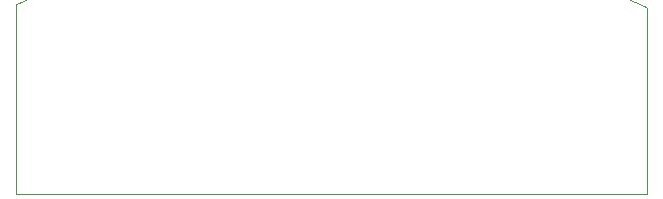
<source format=gbr>
%TF.GenerationSoftware,KiCad,Pcbnew,(5.1.7)-1*%
%TF.CreationDate,2020-12-08T09:59:05+02:00*%
%TF.ProjectId,Single_transistor_AMP,53696e67-6c65-45f7-9472-616e73697374,V1.0*%
%TF.SameCoordinates,Original*%
%TF.FileFunction,Profile,NP*%
%FSLAX46Y46*%
G04 Gerber Fmt 4.6, Leading zero omitted, Abs format (unit mm)*
G04 Created by KiCad (PCBNEW (5.1.7)-1) date 2020-12-08 09:59:05*
%MOMM*%
%LPD*%
G01*
G04 APERTURE LIST*
%TA.AperFunction,Profile*%
%ADD10C,0.050000*%
%TD*%
G04 APERTURE END LIST*
D10*
X163068000Y-79375000D02*
X163068000Y-95161100D01*
X109677200Y-95161100D02*
X163068000Y-95161100D01*
X109677200Y-91681300D02*
X109677200Y-95161100D01*
X109675588Y-79157770D02*
X109677200Y-91681300D01*
X109675588Y-79157770D02*
G75*
G02*
X163067999Y-79375001I26468412J-56097230D01*
G01*
M02*

</source>
